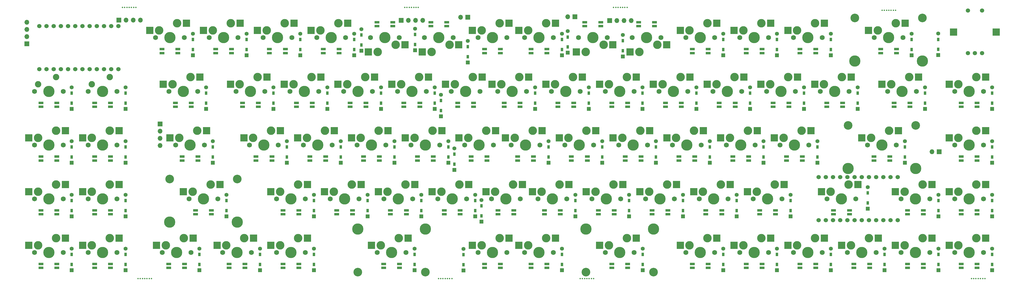
<source format=gbs>
%TF.GenerationSoftware,KiCad,Pcbnew,8.0.8*%
%TF.CreationDate,2025-04-15T16:26:55+09:00*%
%TF.ProjectId,sswkbd_wiring,7373776b-6264-45f7-9769-72696e672e6b,rev?*%
%TF.SameCoordinates,Original*%
%TF.FileFunction,Soldermask,Bot*%
%TF.FilePolarity,Negative*%
%FSLAX46Y46*%
G04 Gerber Fmt 4.6, Leading zero omitted, Abs format (unit mm)*
G04 Created by KiCad (PCBNEW 8.0.8) date 2025-04-15 16:26:55*
%MOMM*%
%LPD*%
G01*
G04 APERTURE LIST*
%ADD10C,0.500000*%
%ADD11R,1.397000X1.397000*%
%ADD12R,0.950000X1.300000*%
%ADD13C,1.397000*%
%ADD14C,1.750000*%
%ADD15C,3.000000*%
%ADD16C,3.987800*%
%ADD17R,2.550000X2.500000*%
%ADD18C,3.048000*%
%ADD19R,1.700000X1.700000*%
%ADD20O,1.700000X1.700000*%
%ADD21C,1.524000*%
%ADD22R,1.700000X0.825000*%
%ADD23R,2.500000X2.500000*%
%ADD24C,1.500000*%
%ADD25C,2.250000*%
G04 APERTURE END LIST*
D10*
%TO.C,BT1*%
X69505796Y-158960000D03*
X68714129Y-158960000D03*
X67922463Y-158960000D03*
X67130796Y-158960000D03*
X66339129Y-158960000D03*
X65547463Y-158960000D03*
X64755796Y-158960000D03*
%TD*%
%TO.C,BT1*%
X175641196Y-158960000D03*
X174849529Y-158960000D03*
X174057863Y-158960000D03*
X173266196Y-158960000D03*
X172474529Y-158960000D03*
X171682863Y-158960000D03*
X170891196Y-158960000D03*
%TD*%
%TO.C,BT1*%
X225704596Y-158960000D03*
X224912929Y-158960000D03*
X224121263Y-158960000D03*
X223329596Y-158960000D03*
X222537929Y-158960000D03*
X221746263Y-158960000D03*
X220954596Y-158960000D03*
%TD*%
%TO.C,BT1*%
X363956796Y-158960000D03*
X363165129Y-158960000D03*
X362373463Y-158960000D03*
X361581796Y-158960000D03*
X360790129Y-158960000D03*
X359998463Y-158960000D03*
X359206796Y-158960000D03*
%TD*%
%TO.C,BT1*%
X327634404Y-64100000D03*
X328426071Y-64100000D03*
X329217737Y-64100000D03*
X330009404Y-64100000D03*
X330801071Y-64100000D03*
X331592737Y-64100000D03*
X332384404Y-64100000D03*
%TD*%
%TO.C,BT1*%
X232775004Y-63100000D03*
X233566671Y-63100000D03*
X234358337Y-63100000D03*
X235150004Y-63100000D03*
X235941671Y-63100000D03*
X236733337Y-63100000D03*
X237525004Y-63100000D03*
%TD*%
%TO.C,BT1*%
X158997004Y-63100000D03*
X159788671Y-63100000D03*
X160580337Y-63100000D03*
X161372004Y-63100000D03*
X162163671Y-63100000D03*
X162955337Y-63100000D03*
X163747004Y-63100000D03*
%TD*%
%TO.C,BT1*%
X59247004Y-63100000D03*
X60038671Y-63100000D03*
X60830337Y-63100000D03*
X61622004Y-63100000D03*
X62413671Y-63100000D03*
X63205337Y-63100000D03*
X63997004Y-63100000D03*
%TD*%
D11*
%TO.C,D32*%
X366509249Y-98964950D03*
D12*
X366509249Y-96929950D03*
X366509249Y-93379950D03*
D13*
X366509249Y-91344950D03*
%TD*%
D14*
%TO.C,SW13*%
X296333000Y-73760000D03*
D15*
X297603000Y-71220000D03*
D16*
X301413000Y-73760000D03*
D15*
X303953000Y-68680000D03*
D14*
X306493000Y-73760000D03*
D17*
X294328000Y-71220000D03*
X307255000Y-68680000D03*
%TD*%
D11*
%TO.C,D67*%
X86461999Y-156014950D03*
D12*
X86461999Y-153979950D03*
X86461999Y-150429950D03*
D13*
X86461999Y-148394950D03*
%TD*%
D11*
%TO.C,D50*%
X60336999Y-137014950D03*
D12*
X60336999Y-134979950D03*
X60336999Y-131429950D03*
D13*
X60336999Y-129394950D03*
%TD*%
D11*
%TO.C,D73*%
X243034249Y-156014950D03*
D12*
X243034249Y-153979950D03*
X243034249Y-150429950D03*
D13*
X243034249Y-148394950D03*
%TD*%
D11*
%TO.C,D46*%
X304759249Y-117989950D03*
D12*
X304759249Y-115954950D03*
X304759249Y-112404950D03*
D13*
X304759249Y-110369950D03*
%TD*%
D14*
%TO.C,SW6*%
X176071250Y-73760000D03*
D15*
X174801250Y-76300000D03*
D16*
X170991250Y-73760000D03*
D15*
X168451250Y-78840000D03*
D14*
X165911250Y-73760000D03*
D17*
X178076250Y-76300000D03*
X165149250Y-78840000D03*
%TD*%
D11*
%TO.C,D38*%
X155361999Y-117989950D03*
D12*
X155361999Y-115954950D03*
X155361999Y-112404950D03*
D13*
X155361999Y-110369950D03*
%TD*%
D11*
%TO.C,D76*%
X309509249Y-156014950D03*
D12*
X309509249Y-153979950D03*
X309509249Y-150429950D03*
D13*
X309509249Y-148394950D03*
%TD*%
D11*
%TO.C,D74*%
X271509249Y-156014950D03*
D12*
X271509249Y-153979950D03*
X271509249Y-150429950D03*
D13*
X271509249Y-148394950D03*
%TD*%
D11*
%TO.C,D52*%
X126861999Y-137014950D03*
D12*
X126861999Y-134979950D03*
X126861999Y-131429950D03*
D13*
X126861999Y-129394950D03*
%TD*%
D11*
%TO.C,D39*%
X174361999Y-117989950D03*
D12*
X174361999Y-115954950D03*
X174361999Y-112404950D03*
D13*
X174361999Y-110369950D03*
%TD*%
D11*
%TO.C,D15*%
X347491000Y-79958000D03*
D12*
X347491000Y-77923000D03*
X347491000Y-74373000D03*
D13*
X347491000Y-72338000D03*
%TD*%
D11*
%TO.C,D44*%
X266759249Y-117989950D03*
D12*
X266759249Y-115954950D03*
X266759249Y-112404950D03*
D13*
X266759249Y-110369950D03*
%TD*%
D14*
%TO.C,SW50*%
X47160750Y-130760000D03*
D15*
X48430750Y-128220000D03*
D16*
X52240750Y-130760000D03*
D15*
X54780750Y-125680000D03*
D14*
X57320750Y-130760000D03*
D17*
X45155750Y-128220000D03*
X58082750Y-125680000D03*
%TD*%
D14*
%TO.C,SW28*%
X267833000Y-92760000D03*
D15*
X269103000Y-90220000D03*
D16*
X272913000Y-92760000D03*
D15*
X275453000Y-87680000D03*
D14*
X277993000Y-92760000D03*
D17*
X265828000Y-90220000D03*
X278755000Y-87680000D03*
%TD*%
D14*
%TO.C,SW75*%
X277333000Y-149760000D03*
D15*
X278603000Y-147220000D03*
D16*
X282413000Y-149760000D03*
D15*
X284953000Y-144680000D03*
D14*
X287493000Y-149760000D03*
D17*
X275328000Y-147220000D03*
X288255000Y-144680000D03*
%TD*%
D11*
%TO.C,D4*%
X141111999Y-79964950D03*
D12*
X141111999Y-77929950D03*
X141111999Y-74379950D03*
D13*
X141111999Y-72344950D03*
%TD*%
D14*
%TO.C,SW2*%
X89910750Y-73760000D03*
D15*
X91180750Y-71220000D03*
D16*
X94990750Y-73760000D03*
D15*
X97530750Y-68680000D03*
D14*
X100070750Y-73760000D03*
D17*
X87905750Y-71220000D03*
X100832750Y-68680000D03*
%TD*%
D14*
%TO.C,SW22*%
X156410750Y-92760000D03*
D15*
X157680750Y-90220000D03*
D16*
X161490750Y-92760000D03*
D15*
X164030750Y-87680000D03*
D14*
X166570750Y-92760000D03*
D17*
X154405750Y-90220000D03*
X167332750Y-87680000D03*
%TD*%
D11*
%TO.C,D43*%
X247759249Y-117989950D03*
D12*
X247759249Y-115954950D03*
X247759249Y-112404950D03*
D13*
X247759249Y-110369950D03*
%TD*%
D14*
%TO.C,SW53*%
X132660750Y-130760000D03*
D15*
X133930750Y-128220000D03*
D16*
X137740750Y-130760000D03*
D15*
X140280750Y-125680000D03*
D14*
X142820750Y-130760000D03*
D17*
X130655750Y-128220000D03*
X143582750Y-125680000D03*
%TD*%
D14*
%TO.C,SW66*%
X47160750Y-149760000D03*
D15*
X48430750Y-147220000D03*
D16*
X52240750Y-149760000D03*
D15*
X54780750Y-144680000D03*
D14*
X57320750Y-149760000D03*
D17*
X45155750Y-147220000D03*
X58082750Y-144680000D03*
%TD*%
D11*
%TO.C,D41*%
X209759249Y-117989950D03*
D12*
X209759249Y-115954950D03*
X209759249Y-112404950D03*
D13*
X209759249Y-110369950D03*
%TD*%
D11*
%TO.C,D1*%
X84111999Y-79964950D03*
D12*
X84111999Y-77929950D03*
X84111999Y-74379950D03*
D13*
X84111999Y-72344950D03*
%TD*%
D14*
%TO.C,SW18*%
X75660750Y-92760000D03*
D15*
X76930750Y-90220000D03*
D16*
X80740750Y-92760000D03*
D15*
X83280750Y-87680000D03*
D14*
X85820750Y-92760000D03*
D17*
X73655750Y-90220000D03*
X86582750Y-87680000D03*
%TD*%
D14*
%TO.C,SW8*%
X201333000Y-73760000D03*
D15*
X202603000Y-71220000D03*
D16*
X206413000Y-73760000D03*
D15*
X208953000Y-68680000D03*
D14*
X211493000Y-73760000D03*
D17*
X199328000Y-71220000D03*
X212255000Y-68680000D03*
%TD*%
D14*
%TO.C,SW26*%
X229833000Y-92760000D03*
D15*
X231103000Y-90220000D03*
D16*
X234913000Y-92760000D03*
D15*
X237453000Y-87680000D03*
D14*
X239993000Y-92760000D03*
D17*
X227828000Y-90220000D03*
X240755000Y-87680000D03*
%TD*%
D11*
%TO.C,D11*%
X271509249Y-79964950D03*
D12*
X271509249Y-77929950D03*
X271509249Y-74379950D03*
D13*
X271509249Y-72344950D03*
%TD*%
D14*
%TO.C,SW29*%
X286833000Y-92760000D03*
D15*
X288103000Y-90220000D03*
D16*
X291913000Y-92760000D03*
D15*
X294453000Y-87680000D03*
D14*
X296993000Y-92760000D03*
D17*
X284828000Y-90220000D03*
X297755000Y-87680000D03*
%TD*%
D11*
%TO.C,D51*%
X95961999Y-137014950D03*
D12*
X95961999Y-134979950D03*
X95961999Y-131429950D03*
D13*
X95961999Y-129394950D03*
%TD*%
D14*
%TO.C,SW41*%
X196583000Y-111760000D03*
D15*
X197853000Y-109220000D03*
D16*
X201663000Y-111760000D03*
D15*
X204203000Y-106680000D03*
D14*
X206743000Y-111760000D03*
D17*
X194578000Y-109220000D03*
X207505000Y-106680000D03*
%TD*%
D14*
%TO.C,SW67*%
X73285750Y-149760000D03*
D15*
X74555750Y-147220000D03*
D16*
X78365750Y-149760000D03*
D15*
X80905750Y-144680000D03*
D14*
X83445750Y-149760000D03*
D17*
X71280750Y-147220000D03*
X84207750Y-144680000D03*
%TD*%
D14*
%TO.C,SW77*%
X315333000Y-149760000D03*
D15*
X316603000Y-147220000D03*
D16*
X320413000Y-149760000D03*
D15*
X322953000Y-144680000D03*
D14*
X325493000Y-149760000D03*
D17*
X313328000Y-147220000D03*
X326255000Y-144680000D03*
%TD*%
D16*
%TO.C,SW73*%
X223000000Y-141505000D03*
D18*
X223000000Y-156745000D03*
D14*
X229858000Y-149760000D03*
D15*
X231128000Y-147220000D03*
D16*
X234938000Y-149760000D03*
D15*
X237478000Y-144680000D03*
D14*
X240018000Y-149760000D03*
D16*
X246876000Y-141505000D03*
D18*
X246876000Y-156745000D03*
D17*
X227853000Y-147220000D03*
X240780000Y-144680000D03*
%TD*%
D14*
%TO.C,SW43*%
X234583000Y-111760000D03*
D15*
X235853000Y-109220000D03*
D16*
X239663000Y-111760000D03*
D15*
X242203000Y-106680000D03*
D14*
X244743000Y-111760000D03*
D17*
X232578000Y-109220000D03*
X245505000Y-106680000D03*
%TD*%
D11*
%TO.C,D59*%
X257259249Y-137014950D03*
D12*
X257259249Y-134979950D03*
X257259249Y-131429950D03*
D13*
X257259249Y-129394950D03*
%TD*%
D11*
%TO.C,D9*%
X216600000Y-79110000D03*
D12*
X216600000Y-77075000D03*
X216600000Y-73525000D03*
D13*
X216600000Y-71490000D03*
%TD*%
D11*
%TO.C,D3*%
X122111999Y-79964950D03*
D12*
X122111999Y-77929950D03*
X122111999Y-74379950D03*
D13*
X122111999Y-72344950D03*
%TD*%
D16*
%TO.C,SW70*%
X142402750Y-141505000D03*
D18*
X142402750Y-156745000D03*
D14*
X149260750Y-149760000D03*
D15*
X150530750Y-147220000D03*
D16*
X154340750Y-149760000D03*
D15*
X156880750Y-144680000D03*
D14*
X159420750Y-149760000D03*
D16*
X166278750Y-141505000D03*
D18*
X166278750Y-156745000D03*
D17*
X147255750Y-147220000D03*
X160182750Y-144680000D03*
%TD*%
D14*
%TO.C,SW68*%
X94660750Y-149760000D03*
D15*
X95930750Y-147220000D03*
D16*
X99740750Y-149760000D03*
D15*
X102280750Y-144680000D03*
D14*
X104820750Y-149760000D03*
D17*
X92655750Y-147220000D03*
X105582750Y-144680000D03*
%TD*%
D11*
%TO.C,D42*%
X228759249Y-117989950D03*
D12*
X228759249Y-115954950D03*
X228759249Y-112404950D03*
D13*
X228759249Y-110369950D03*
%TD*%
D14*
%TO.C,SW23*%
X175410750Y-92760000D03*
D15*
X176680750Y-90220000D03*
D16*
X180490750Y-92760000D03*
D15*
X183030750Y-87680000D03*
D14*
X185570750Y-92760000D03*
D17*
X173405750Y-90220000D03*
X186332750Y-87680000D03*
%TD*%
D14*
%TO.C,SW76*%
X296333000Y-149760000D03*
D15*
X297603000Y-147220000D03*
D16*
X301413000Y-149760000D03*
D15*
X303953000Y-144680000D03*
D14*
X306493000Y-149760000D03*
D17*
X294328000Y-147220000D03*
X307255000Y-144680000D03*
%TD*%
D11*
%TO.C,D64*%
X366509249Y-137014950D03*
D12*
X366509249Y-134979950D03*
X366509249Y-131429950D03*
D13*
X366509249Y-129394950D03*
%TD*%
D11*
%TO.C,D23*%
X171795000Y-101590000D03*
D12*
X171795000Y-99555000D03*
X171795000Y-96005000D03*
D13*
X171795000Y-93970000D03*
%TD*%
D14*
%TO.C,SW24*%
X191833000Y-92760000D03*
D15*
X193103000Y-90220000D03*
D16*
X196913000Y-92760000D03*
D15*
X199453000Y-87680000D03*
D14*
X201993000Y-92760000D03*
D17*
X189828000Y-90220000D03*
X202755000Y-87680000D03*
%TD*%
D11*
%TO.C,D33*%
X41336999Y-117989950D03*
D12*
X41336999Y-115954950D03*
X41336999Y-112404950D03*
D13*
X41336999Y-110369950D03*
%TD*%
D19*
%TO.C,J4*%
X347775000Y-114100000D03*
D20*
X345235000Y-114100000D03*
%TD*%
D14*
%TO.C,SW10*%
X249493000Y-73760000D03*
D15*
X248223000Y-76300000D03*
D16*
X244413000Y-73760000D03*
D15*
X241873000Y-78840000D03*
D14*
X239333000Y-73760000D03*
D17*
X251498000Y-76300000D03*
X238571000Y-78840000D03*
%TD*%
D14*
%TO.C,SW79*%
X353333000Y-149760000D03*
D15*
X354603000Y-147220000D03*
D16*
X358413000Y-149760000D03*
D15*
X360953000Y-144680000D03*
D14*
X363493000Y-149760000D03*
D17*
X351328000Y-147220000D03*
X364255000Y-144680000D03*
%TD*%
D14*
%TO.C,SW78*%
X334333000Y-149760000D03*
D15*
X335603000Y-147220000D03*
D16*
X339413000Y-149760000D03*
D15*
X341953000Y-144680000D03*
D14*
X344493000Y-149760000D03*
D17*
X332328000Y-147220000D03*
X345255000Y-144680000D03*
%TD*%
D11*
%TO.C,D8*%
X214509249Y-79964950D03*
D12*
X214509249Y-77929950D03*
X214509249Y-74379950D03*
D13*
X214509249Y-72344950D03*
%TD*%
D11*
%TO.C,D45*%
X285759249Y-117989950D03*
D12*
X285759249Y-115954950D03*
X285759249Y-112404950D03*
D13*
X285759249Y-110369950D03*
%TD*%
D11*
%TO.C,D65*%
X41336999Y-156014950D03*
D12*
X41336999Y-153979950D03*
X41336999Y-150429950D03*
D13*
X41336999Y-148394950D03*
%TD*%
D11*
%TO.C,D70*%
X162461999Y-156014950D03*
D12*
X162461999Y-153979950D03*
X162461999Y-150429950D03*
D13*
X162461999Y-148394950D03*
%TD*%
D11*
%TO.C,D24*%
X205009249Y-98964950D03*
D12*
X205009249Y-96929950D03*
X205009249Y-93379950D03*
D13*
X205009249Y-91344950D03*
%TD*%
D14*
%TO.C,SW65*%
X28160750Y-149760000D03*
D15*
X29430750Y-147220000D03*
D16*
X33240750Y-149760000D03*
D15*
X35780750Y-144680000D03*
D14*
X38320750Y-149760000D03*
D17*
X26155750Y-147220000D03*
X39082750Y-144680000D03*
%TD*%
D14*
%TO.C,SW58*%
X225083000Y-130760000D03*
D15*
X226353000Y-128220000D03*
D16*
X230163000Y-130760000D03*
D15*
X232703000Y-125680000D03*
D14*
X235243000Y-130760000D03*
D17*
X223078000Y-128220000D03*
X236005000Y-125680000D03*
%TD*%
D11*
%TO.C,D26*%
X243009249Y-98964950D03*
D12*
X243009249Y-96929950D03*
X243009249Y-93379950D03*
D13*
X243009249Y-91344950D03*
%TD*%
D19*
%TO.C,RST*%
X181275000Y-66500000D03*
D20*
X178735000Y-66500000D03*
%TD*%
D11*
%TO.C,D6*%
X162600000Y-78210000D03*
D12*
X162600000Y-76175000D03*
X162600000Y-72625000D03*
D13*
X162600000Y-70590000D03*
%TD*%
D11*
%TO.C,D14*%
X338034249Y-79964950D03*
D12*
X338034249Y-77929950D03*
X338034249Y-74379950D03*
D13*
X338034249Y-72344950D03*
%TD*%
D14*
%TO.C,SW57*%
X206083000Y-130760000D03*
D15*
X207353000Y-128220000D03*
D16*
X211163000Y-130760000D03*
D15*
X213703000Y-125680000D03*
D14*
X216243000Y-130760000D03*
D17*
X204078000Y-128220000D03*
X217005000Y-125680000D03*
%TD*%
D11*
%TO.C,D12*%
X290509249Y-79964950D03*
D12*
X290509249Y-77929950D03*
X290509249Y-74379950D03*
D13*
X290509249Y-72344950D03*
%TD*%
D14*
%TO.C,SW59*%
X244083000Y-130760000D03*
D15*
X245353000Y-128220000D03*
D16*
X249163000Y-130760000D03*
D15*
X251703000Y-125680000D03*
D14*
X254243000Y-130760000D03*
D17*
X242078000Y-128220000D03*
X255005000Y-125680000D03*
%TD*%
D14*
%TO.C,SW64*%
X353333000Y-130760000D03*
D15*
X354603000Y-128220000D03*
D16*
X358413000Y-130760000D03*
D15*
X360953000Y-125680000D03*
D14*
X363493000Y-130760000D03*
D17*
X351328000Y-128220000D03*
X364255000Y-125680000D03*
%TD*%
D18*
%TO.C,SW14*%
X317975000Y-66775000D03*
D16*
X317975000Y-82015000D03*
D14*
X324833000Y-73760000D03*
D15*
X326103000Y-71220000D03*
D16*
X329913000Y-73760000D03*
D15*
X332453000Y-68680000D03*
D14*
X334993000Y-73760000D03*
D18*
X341851000Y-66775000D03*
D16*
X341851000Y-82015000D03*
D17*
X322828000Y-71220000D03*
X335755000Y-68680000D03*
%TD*%
D19*
%TO.C,USB_PRO_MICRO1*%
X72567800Y-104267000D03*
D20*
X72567800Y-106807000D03*
X72567800Y-109347000D03*
X72567800Y-111887000D03*
%TD*%
D14*
%TO.C,SW63*%
X334333000Y-130760000D03*
D15*
X335603000Y-128220000D03*
D16*
X339413000Y-130760000D03*
D15*
X341953000Y-125680000D03*
D14*
X344493000Y-130760000D03*
D17*
X332328000Y-128220000D03*
X345255000Y-125680000D03*
%TD*%
D11*
%TO.C,D36*%
X117361999Y-117989950D03*
D12*
X117361999Y-115954950D03*
X117361999Y-112404950D03*
D13*
X117361999Y-110369950D03*
%TD*%
D11*
%TO.C,D29*%
X300009249Y-98964950D03*
D12*
X300009249Y-96929950D03*
X300009249Y-93379950D03*
D13*
X300009249Y-91344950D03*
%TD*%
D14*
%TO.C,SW38*%
X142160750Y-111760000D03*
D15*
X143430750Y-109220000D03*
D16*
X147240750Y-111760000D03*
D15*
X149780750Y-106680000D03*
D14*
X152320750Y-111760000D03*
D17*
X140155750Y-109220000D03*
X153082750Y-106680000D03*
%TD*%
D14*
%TO.C,SW69*%
X113660750Y-149760000D03*
D15*
X114930750Y-147220000D03*
D16*
X118740750Y-149760000D03*
D15*
X121280750Y-144680000D03*
D14*
X123820750Y-149760000D03*
D17*
X111655750Y-147220000D03*
X124582750Y-144680000D03*
%TD*%
D11*
%TO.C,D69*%
X126861999Y-156014950D03*
D12*
X126861999Y-153979950D03*
X126861999Y-150429950D03*
D13*
X126861999Y-148394950D03*
%TD*%
D14*
%TO.C,SW60*%
X263083000Y-130760000D03*
D15*
X264353000Y-128220000D03*
D16*
X268163000Y-130760000D03*
D15*
X270703000Y-125680000D03*
D14*
X273243000Y-130760000D03*
D17*
X261078000Y-128220000D03*
X274005000Y-125680000D03*
%TD*%
D14*
%TO.C,SW9*%
X230493000Y-73760000D03*
D15*
X229223000Y-76300000D03*
D16*
X225413000Y-73760000D03*
D15*
X222873000Y-78840000D03*
D14*
X220333000Y-73760000D03*
D17*
X232498000Y-76300000D03*
X219571000Y-78840000D03*
%TD*%
D18*
%TO.C,SW51*%
X75927750Y-123775000D03*
D16*
X75927750Y-139015000D03*
D14*
X82785750Y-130760000D03*
D15*
X84055750Y-128220000D03*
D16*
X87865750Y-130760000D03*
D15*
X90405750Y-125680000D03*
D14*
X92945750Y-130760000D03*
D18*
X99803750Y-123775000D03*
D16*
X99803750Y-139015000D03*
D17*
X80780750Y-128220000D03*
X93707750Y-125680000D03*
%TD*%
D11*
%TO.C,D20*%
X131611999Y-98964950D03*
D12*
X131611999Y-96929950D03*
X131611999Y-93379950D03*
D13*
X131611999Y-91344950D03*
%TD*%
D14*
%TO.C,SW12*%
X277333000Y-73760000D03*
D15*
X278603000Y-71220000D03*
D16*
X282413000Y-73760000D03*
D15*
X284953000Y-68680000D03*
D14*
X287493000Y-73760000D03*
D17*
X275328000Y-71220000D03*
X288255000Y-68680000D03*
%TD*%
D14*
%TO.C,SW49*%
X28160750Y-130760000D03*
D15*
X29430750Y-128220000D03*
D16*
X33240750Y-130760000D03*
D15*
X35780750Y-125680000D03*
D14*
X38320750Y-130760000D03*
D17*
X26155750Y-128220000D03*
X39082750Y-125680000D03*
%TD*%
D11*
%TO.C,D47*%
X335659249Y-117989950D03*
D12*
X335659249Y-115954950D03*
X335659249Y-112404950D03*
D13*
X335659249Y-110369950D03*
%TD*%
D14*
%TO.C,SW27*%
X248833000Y-92760000D03*
D15*
X250103000Y-90220000D03*
D16*
X253913000Y-92760000D03*
D15*
X256453000Y-87680000D03*
D14*
X258993000Y-92760000D03*
D17*
X246828000Y-90220000D03*
X259755000Y-87680000D03*
%TD*%
D14*
%TO.C,SW56*%
X189660750Y-130760000D03*
D15*
X190930750Y-128220000D03*
D16*
X194740750Y-130760000D03*
D15*
X197280750Y-125680000D03*
D14*
X199820750Y-130760000D03*
D17*
X187655750Y-128220000D03*
X200582750Y-125680000D03*
%TD*%
D11*
%TO.C,D62*%
X322550000Y-134260000D03*
D12*
X322550000Y-132225000D03*
X322550000Y-128675000D03*
D13*
X322550000Y-126640000D03*
%TD*%
D14*
%TO.C,SW7*%
X184910750Y-73760000D03*
D15*
X186180750Y-71220000D03*
D16*
X189990750Y-73760000D03*
D15*
X192530750Y-68680000D03*
D14*
X195070750Y-73760000D03*
D17*
X182905750Y-71220000D03*
X195832750Y-68680000D03*
%TD*%
D11*
%TO.C,D48*%
X366509249Y-117989950D03*
D12*
X366509249Y-115954950D03*
X366509249Y-112404950D03*
D13*
X366509249Y-110369950D03*
%TD*%
D14*
%TO.C,SW39*%
X161160750Y-111760000D03*
D15*
X162430750Y-109220000D03*
D16*
X166240750Y-111760000D03*
D15*
X168780750Y-106680000D03*
D14*
X171320750Y-111760000D03*
D17*
X159155750Y-109220000D03*
X172082750Y-106680000D03*
%TD*%
D14*
%TO.C,SW4*%
X127910750Y-73760000D03*
D15*
X129180750Y-71220000D03*
D16*
X132990750Y-73760000D03*
D15*
X135530750Y-68680000D03*
D14*
X138070750Y-73760000D03*
D17*
X125905750Y-71220000D03*
X138832750Y-68680000D03*
%TD*%
D11*
%TO.C,D22*%
X169611999Y-98964950D03*
D12*
X169611999Y-96929950D03*
X169611999Y-93379950D03*
D13*
X169611999Y-91344950D03*
%TD*%
D11*
%TO.C,D16*%
X41336999Y-98964950D03*
D12*
X41336999Y-96929950D03*
X41336999Y-93379950D03*
D13*
X41336999Y-91344950D03*
%TD*%
D18*
%TO.C,SW47*%
X315600000Y-104775000D03*
D16*
X315600000Y-120015000D03*
D14*
X322458000Y-111760000D03*
D15*
X323728000Y-109220000D03*
D16*
X327538000Y-111760000D03*
D15*
X330078000Y-106680000D03*
D14*
X332618000Y-111760000D03*
D18*
X339476000Y-104775000D03*
D16*
X339476000Y-120015000D03*
D17*
X320453000Y-109220000D03*
X333380000Y-106680000D03*
%TD*%
D11*
%TO.C,D49*%
X41336999Y-137014950D03*
D12*
X41336999Y-134979950D03*
X41336999Y-131429950D03*
D13*
X41336999Y-129394950D03*
%TD*%
D11*
%TO.C,D25*%
X224009249Y-98964950D03*
D12*
X224009249Y-96929950D03*
X224009249Y-93379950D03*
D13*
X224009249Y-91344950D03*
%TD*%
D11*
%TO.C,D53*%
X145861999Y-137014950D03*
D12*
X145861999Y-134979950D03*
X145861999Y-131429950D03*
D13*
X145861999Y-129394950D03*
%TD*%
D11*
%TO.C,D28*%
X281009249Y-98964950D03*
D12*
X281009249Y-96929950D03*
X281009249Y-93379950D03*
D13*
X281009249Y-91344950D03*
%TD*%
D11*
%TO.C,D7*%
X181255000Y-82565000D03*
D12*
X181255000Y-80530000D03*
X181255000Y-76980000D03*
D13*
X181255000Y-74945000D03*
%TD*%
D11*
%TO.C,D61*%
X295259249Y-137014950D03*
D12*
X295259249Y-134979950D03*
X295259249Y-131429950D03*
D13*
X295259249Y-129394950D03*
%TD*%
D11*
%TO.C,D37*%
X136361999Y-117989950D03*
D12*
X136361999Y-115954950D03*
X136361999Y-112404950D03*
D13*
X136361999Y-110369950D03*
%TD*%
D14*
%TO.C,SW19*%
X99410750Y-92760000D03*
D15*
X100680750Y-90220000D03*
D16*
X104490750Y-92760000D03*
D15*
X107030750Y-87680000D03*
D14*
X109570750Y-92760000D03*
D17*
X97405750Y-90220000D03*
X110332750Y-87680000D03*
%TD*%
D19*
%TO.C,USB_SPLIT_R*%
X231340000Y-67700000D03*
D20*
X233880000Y-67700000D03*
X236420000Y-67700000D03*
X238960000Y-67700000D03*
%TD*%
D11*
%TO.C,D77*%
X328509249Y-156014950D03*
D12*
X328509249Y-153979950D03*
X328509249Y-150429950D03*
D13*
X328509249Y-148394950D03*
%TD*%
D21*
%TO.C,U2*%
X305200000Y-123090000D03*
X307740000Y-123090000D03*
X310280000Y-123090000D03*
X312820000Y-123090000D03*
X315360000Y-123090000D03*
X317900000Y-123090000D03*
X320440000Y-123090000D03*
X322980000Y-123090000D03*
X325520000Y-123090000D03*
X328060000Y-123090000D03*
X330600000Y-123090000D03*
X333140000Y-123090000D03*
X333140000Y-138310000D03*
X330600000Y-138310000D03*
X328060000Y-138310000D03*
X325520000Y-138310000D03*
X322980000Y-138310000D03*
X320440000Y-138310000D03*
X317900000Y-138310000D03*
X315360000Y-138310000D03*
X312820000Y-138310000D03*
X310280000Y-138310000D03*
X307740000Y-138310000D03*
X305200000Y-138310000D03*
%TD*%
D11*
%TO.C,D10*%
X236000000Y-80410000D03*
D12*
X236000000Y-78375000D03*
X236000000Y-74825000D03*
D13*
X236000000Y-72790000D03*
%TD*%
D11*
%TO.C,D57*%
X219259249Y-137014950D03*
D12*
X219259249Y-134979950D03*
X219259249Y-131429950D03*
D13*
X219259249Y-129394950D03*
%TD*%
D14*
%TO.C,SW36*%
X104160750Y-111760000D03*
D15*
X105430750Y-109220000D03*
D16*
X109240750Y-111760000D03*
D15*
X111780750Y-106680000D03*
D14*
X114320750Y-111760000D03*
D17*
X102155750Y-109220000D03*
X115082750Y-106680000D03*
%TD*%
D19*
%TO.C,USB_main1*%
X58017750Y-67535000D03*
D20*
X60557750Y-67535000D03*
X63097750Y-67535000D03*
X65637750Y-67535000D03*
%TD*%
D14*
%TO.C,SW55*%
X170660750Y-130760000D03*
D15*
X171930750Y-128220000D03*
D16*
X175740750Y-130760000D03*
D15*
X178280750Y-125680000D03*
D14*
X180820750Y-130760000D03*
D17*
X168655750Y-128220000D03*
X181582750Y-125680000D03*
%TD*%
D11*
%TO.C,D75*%
X290509249Y-156014950D03*
D12*
X290509249Y-153979950D03*
X290509249Y-150429950D03*
D13*
X290509249Y-148394950D03*
%TD*%
D11*
%TO.C,D56*%
X186040000Y-138830000D03*
D12*
X186040000Y-136795000D03*
X186040000Y-133245000D03*
D13*
X186040000Y-131210000D03*
%TD*%
D14*
%TO.C,SW31*%
X329583000Y-92760000D03*
D15*
X330853000Y-90220000D03*
D16*
X334663000Y-92760000D03*
D15*
X337203000Y-87680000D03*
D14*
X339743000Y-92760000D03*
D17*
X327578000Y-90220000D03*
X340505000Y-87680000D03*
%TD*%
D19*
%TO.C,USB_SPLIT_L*%
X157706250Y-67635000D03*
D20*
X160246250Y-67635000D03*
X162786250Y-67635000D03*
X165326250Y-67635000D03*
%TD*%
D19*
%TO.C,OLED*%
X25450750Y-75962370D03*
D20*
X25450750Y-73422370D03*
X25450750Y-70882370D03*
X25450750Y-68342370D03*
%TD*%
D11*
%TO.C,D60*%
X276259249Y-137014950D03*
D12*
X276259249Y-134979950D03*
X276259249Y-131429950D03*
D13*
X276259249Y-129394950D03*
%TD*%
D11*
%TO.C,D5*%
X143637000Y-78356000D03*
D12*
X143637000Y-76321000D03*
X143637000Y-72771000D03*
D13*
X143637000Y-70736000D03*
%TD*%
D14*
%TO.C,SW61*%
X282083000Y-130760000D03*
D15*
X283353000Y-128220000D03*
D16*
X287163000Y-130760000D03*
D15*
X289703000Y-125680000D03*
D14*
X292243000Y-130760000D03*
D17*
X280078000Y-128220000D03*
X293005000Y-125680000D03*
%TD*%
D11*
%TO.C,D35*%
X91211999Y-117989950D03*
D12*
X91211999Y-115954950D03*
X91211999Y-112404950D03*
D13*
X91211999Y-110369950D03*
%TD*%
D14*
%TO.C,SW48*%
X353333000Y-111760000D03*
D15*
X354603000Y-109220000D03*
D16*
X358413000Y-111760000D03*
D15*
X360953000Y-106680000D03*
D14*
X363493000Y-111760000D03*
D17*
X351328000Y-109220000D03*
X364255000Y-106680000D03*
%TD*%
D11*
%TO.C,D21*%
X150611999Y-98964950D03*
D12*
X150611999Y-96929950D03*
X150611999Y-93379950D03*
D13*
X150611999Y-91344950D03*
%TD*%
D14*
%TO.C,SW5*%
X157071250Y-73760000D03*
D15*
X155801250Y-76300000D03*
D16*
X151991250Y-73760000D03*
D15*
X149451250Y-78840000D03*
D14*
X146911250Y-73760000D03*
D17*
X159076250Y-76300000D03*
X146149250Y-78840000D03*
%TD*%
D11*
%TO.C,D13*%
X309509249Y-79964950D03*
D12*
X309509249Y-77929950D03*
X309509249Y-74379950D03*
D13*
X309509249Y-72344950D03*
%TD*%
D14*
%TO.C,SW52*%
X113660750Y-130760000D03*
D15*
X114930750Y-128220000D03*
D16*
X118740750Y-130760000D03*
D15*
X121280750Y-125680000D03*
D14*
X123820750Y-130760000D03*
D17*
X111655750Y-128220000D03*
X124582750Y-125680000D03*
%TD*%
D11*
%TO.C,D18*%
X88836999Y-98964950D03*
D12*
X88836999Y-96929950D03*
X88836999Y-93379950D03*
D13*
X88836999Y-91344950D03*
%TD*%
D14*
%TO.C,SW54*%
X151660750Y-130760000D03*
D15*
X152930750Y-128220000D03*
D16*
X156740750Y-130760000D03*
D15*
X159280750Y-125680000D03*
D14*
X161820750Y-130760000D03*
D17*
X149655750Y-128220000D03*
X162582750Y-125680000D03*
%TD*%
D14*
%TO.C,SW33*%
X28160750Y-111760000D03*
D15*
X29430750Y-109220000D03*
D16*
X33240750Y-111760000D03*
D15*
X35780750Y-106680000D03*
D14*
X38320750Y-111760000D03*
D17*
X26155750Y-109220000D03*
X39082750Y-106680000D03*
%TD*%
D11*
%TO.C,D27*%
X262009249Y-98964950D03*
D12*
X262009249Y-96929950D03*
X262009249Y-93379950D03*
D13*
X262009249Y-91344950D03*
%TD*%
D14*
%TO.C,SW37*%
X123160750Y-111760000D03*
D15*
X124430750Y-109220000D03*
D16*
X128240750Y-111760000D03*
D15*
X130780750Y-106680000D03*
D14*
X133320750Y-111760000D03*
D17*
X121155750Y-109220000D03*
X134082750Y-106680000D03*
%TD*%
D14*
%TO.C,SW1*%
X70910750Y-73760000D03*
D15*
X72180750Y-71220000D03*
D16*
X75990750Y-73760000D03*
D15*
X78530750Y-68680000D03*
D14*
X81070750Y-73760000D03*
D17*
X68905750Y-71220000D03*
X81832750Y-68680000D03*
%TD*%
D11*
%TO.C,D55*%
X183861999Y-137014950D03*
D12*
X183861999Y-134979950D03*
X183861999Y-131429950D03*
D13*
X183861999Y-129394950D03*
%TD*%
D14*
%TO.C,SW30*%
X305833000Y-92760000D03*
D15*
X307103000Y-90220000D03*
D16*
X310913000Y-92760000D03*
D15*
X313453000Y-87680000D03*
D14*
X315993000Y-92760000D03*
D17*
X303828000Y-90220000D03*
X316755000Y-87680000D03*
%TD*%
D11*
%TO.C,D54*%
X164861999Y-137014950D03*
D12*
X164861999Y-134979950D03*
X164861999Y-131429950D03*
D13*
X164861999Y-129394950D03*
%TD*%
D14*
%TO.C,SW32*%
X353333000Y-92760000D03*
D15*
X354603000Y-90220000D03*
D16*
X358413000Y-92760000D03*
D15*
X360953000Y-87680000D03*
D14*
X363493000Y-92760000D03*
D17*
X351328000Y-90220000D03*
X364255000Y-87680000D03*
%TD*%
D14*
%TO.C,SW71*%
X184910750Y-149760000D03*
D15*
X186180750Y-147220000D03*
D16*
X189990750Y-149760000D03*
D15*
X192530750Y-144680000D03*
D14*
X195070750Y-149760000D03*
D17*
X182905750Y-147220000D03*
X195832750Y-144680000D03*
%TD*%
D14*
%TO.C,SW11*%
X258333000Y-73760000D03*
D15*
X259603000Y-71220000D03*
D16*
X263413000Y-73760000D03*
D15*
X265953000Y-68680000D03*
D14*
X268493000Y-73760000D03*
D17*
X256328000Y-71220000D03*
X269255000Y-68680000D03*
%TD*%
D14*
%TO.C,SW21*%
X137410750Y-92760000D03*
D15*
X138680750Y-90220000D03*
D16*
X142490750Y-92760000D03*
D15*
X145030750Y-87680000D03*
D14*
X147570750Y-92760000D03*
D17*
X135405750Y-90220000D03*
X148332750Y-87680000D03*
%TD*%
D11*
%TO.C,D2*%
X103111999Y-79964950D03*
D12*
X103111999Y-77929950D03*
X103111999Y-74379950D03*
D13*
X103111999Y-72344950D03*
%TD*%
D14*
%TO.C,SW25*%
X210833000Y-92760000D03*
D15*
X212103000Y-90220000D03*
D16*
X215913000Y-92760000D03*
D15*
X218453000Y-87680000D03*
D14*
X220993000Y-92760000D03*
D17*
X208828000Y-90220000D03*
X221755000Y-87680000D03*
%TD*%
D11*
%TO.C,D79*%
X366509249Y-156014950D03*
D12*
X366509249Y-153979950D03*
X366509249Y-150429950D03*
D13*
X366509249Y-148394950D03*
%TD*%
D14*
%TO.C,SW40*%
X180160750Y-111760000D03*
D15*
X181430750Y-109220000D03*
D16*
X185240750Y-111760000D03*
D15*
X187780750Y-106680000D03*
D14*
X190320750Y-111760000D03*
D17*
X178155750Y-109220000D03*
X191082750Y-106680000D03*
%TD*%
D14*
%TO.C,SW72*%
X201333000Y-149760000D03*
D15*
X202603000Y-147220000D03*
D16*
X206413000Y-149760000D03*
D15*
X208953000Y-144680000D03*
D14*
X211493000Y-149760000D03*
D17*
X199328000Y-147220000D03*
X212255000Y-144680000D03*
%TD*%
D19*
%TO.C,RST*%
X219075000Y-66400000D03*
D20*
X216535000Y-66400000D03*
%TD*%
D11*
%TO.C,D78*%
X347509249Y-156014950D03*
D12*
X347509249Y-153979950D03*
X347509249Y-150429950D03*
D13*
X347509249Y-148394950D03*
%TD*%
D14*
%TO.C,SW20*%
X118410750Y-92760000D03*
D15*
X119680750Y-90220000D03*
D16*
X123490750Y-92760000D03*
D15*
X126030750Y-87680000D03*
D14*
X128570750Y-92760000D03*
D17*
X116405750Y-90220000D03*
X129332750Y-87680000D03*
%TD*%
D14*
%TO.C,SW35*%
X78035750Y-111760000D03*
D15*
X79305750Y-109220000D03*
D16*
X83115750Y-111760000D03*
D15*
X85655750Y-106680000D03*
D14*
X88195750Y-111760000D03*
D17*
X76030750Y-109220000D03*
X88957750Y-106680000D03*
%TD*%
D21*
%TO.C,U1*%
X57847000Y-84908600D03*
X55307000Y-84908600D03*
X52767000Y-84908600D03*
X50227000Y-84908600D03*
X47687000Y-84908600D03*
X45147000Y-84908600D03*
X42607000Y-84908600D03*
X40067000Y-84908600D03*
X37527000Y-84908600D03*
X34987000Y-84908600D03*
X32447000Y-84908600D03*
X29907000Y-84908600D03*
X29907000Y-69688600D03*
X32447000Y-69688600D03*
X34987000Y-69688600D03*
X37527000Y-69688600D03*
X40067000Y-69688600D03*
X42607000Y-69688600D03*
X45147000Y-69688600D03*
X47687000Y-69688600D03*
X50227000Y-69688600D03*
X52767000Y-69688600D03*
X55307000Y-69688600D03*
X57847000Y-69688600D03*
%TD*%
D14*
%TO.C,SW34*%
X47160750Y-111760000D03*
D15*
X48430750Y-109220000D03*
D16*
X52240750Y-111760000D03*
D15*
X54780750Y-106680000D03*
D14*
X57320750Y-111760000D03*
D17*
X45155750Y-109220000D03*
X58082750Y-106680000D03*
%TD*%
D11*
%TO.C,D34*%
X60336999Y-117989950D03*
D12*
X60336999Y-115954950D03*
X60336999Y-112404950D03*
D13*
X60336999Y-110369950D03*
%TD*%
D11*
%TO.C,D71*%
X179695000Y-156115000D03*
D12*
X179695000Y-154080000D03*
X179695000Y-150530000D03*
D13*
X179695000Y-148495000D03*
%TD*%
D14*
%TO.C,SW44*%
X253583000Y-111760000D03*
D15*
X254853000Y-109220000D03*
D16*
X258663000Y-111760000D03*
D15*
X261203000Y-106680000D03*
D14*
X263743000Y-111760000D03*
D17*
X251578000Y-109220000D03*
X264505000Y-106680000D03*
%TD*%
D11*
%TO.C,D58*%
X238259249Y-137014950D03*
D12*
X238259249Y-134979950D03*
X238259249Y-131429950D03*
D13*
X238259249Y-129394950D03*
%TD*%
D14*
%TO.C,SW74*%
X258333000Y-149760000D03*
D15*
X259603000Y-147220000D03*
D16*
X263413000Y-149760000D03*
D15*
X265953000Y-144680000D03*
D14*
X268493000Y-149760000D03*
D17*
X256328000Y-147220000D03*
X269255000Y-144680000D03*
%TD*%
D14*
%TO.C,SW42*%
X215583000Y-111760000D03*
D15*
X216853000Y-109220000D03*
D16*
X220663000Y-111760000D03*
D15*
X223203000Y-106680000D03*
D14*
X225743000Y-111760000D03*
D17*
X213578000Y-109220000D03*
X226505000Y-106680000D03*
%TD*%
D11*
%TO.C,D31*%
X342784249Y-98964950D03*
D12*
X342784249Y-96929950D03*
X342784249Y-93379950D03*
D13*
X342784249Y-91344950D03*
%TD*%
D14*
%TO.C,SW3*%
X108910750Y-73760000D03*
D15*
X110180750Y-71220000D03*
D16*
X113990750Y-73760000D03*
D15*
X116530750Y-68680000D03*
D14*
X119070750Y-73760000D03*
D17*
X106905750Y-71220000D03*
X119832750Y-68680000D03*
%TD*%
D11*
%TO.C,D68*%
X107861999Y-156014950D03*
D12*
X107861999Y-153979950D03*
X107861999Y-150429950D03*
D13*
X107861999Y-148394950D03*
%TD*%
D11*
%TO.C,D19*%
X112611999Y-98964950D03*
D12*
X112611999Y-96929950D03*
X112611999Y-93379950D03*
D13*
X112611999Y-91344950D03*
%TD*%
D11*
%TO.C,D17*%
X60336999Y-98964950D03*
D12*
X60336999Y-96929950D03*
X60336999Y-93379950D03*
D13*
X60336999Y-91344950D03*
%TD*%
D11*
%TO.C,D72*%
X214509249Y-156014950D03*
D12*
X214509249Y-153979950D03*
X214509249Y-150429950D03*
D13*
X214509249Y-148394950D03*
%TD*%
D14*
%TO.C,SW45*%
X272583000Y-111760000D03*
D15*
X273853000Y-109220000D03*
D16*
X277663000Y-111760000D03*
D15*
X280203000Y-106680000D03*
D14*
X282743000Y-111760000D03*
D17*
X270578000Y-109220000D03*
X283505000Y-106680000D03*
%TD*%
D11*
%TO.C,D30*%
X319009249Y-98964950D03*
D12*
X319009249Y-96929950D03*
X319009249Y-93379950D03*
D13*
X319009249Y-91344950D03*
%TD*%
D11*
%TO.C,D63*%
X347509249Y-137014950D03*
D12*
X347509249Y-134979950D03*
X347509249Y-131429950D03*
D13*
X347509249Y-129394950D03*
%TD*%
D14*
%TO.C,SW46*%
X291583000Y-111760000D03*
D15*
X292853000Y-109220000D03*
D16*
X296663000Y-111760000D03*
D15*
X299203000Y-106680000D03*
D14*
X301743000Y-111760000D03*
D17*
X289578000Y-109220000D03*
X302505000Y-106680000D03*
%TD*%
D11*
%TO.C,D40*%
X176525000Y-120560000D03*
D12*
X176525000Y-118525000D03*
X176525000Y-114975000D03*
D13*
X176525000Y-112940000D03*
%TD*%
D22*
%TO.C,LED77*%
X208363000Y-134822999D03*
X208363000Y-136223000D03*
X213963000Y-136223001D03*
X213963000Y-134823000D03*
%TD*%
%TO.C,LED3*%
X30440750Y-134822999D03*
X30440750Y-136223000D03*
X36040750Y-136223001D03*
X36040750Y-134823000D03*
%TD*%
%TO.C,LED27*%
X144440750Y-115822999D03*
X144440750Y-117223000D03*
X150040750Y-117223001D03*
X150040750Y-115823000D03*
%TD*%
%TO.C,LED70*%
X227363000Y-134822999D03*
X227363000Y-136223000D03*
X232963000Y-136223001D03*
X232963000Y-134823000D03*
%TD*%
%TO.C,LED7*%
X49440750Y-115822999D03*
X49440750Y-117223000D03*
X55040750Y-117223001D03*
X55040750Y-115823000D03*
%TD*%
%TO.C,LED32*%
X172940750Y-134822999D03*
X172940750Y-136223000D03*
X178540750Y-136223001D03*
X178540750Y-134823000D03*
%TD*%
%TO.C,LED38*%
X187190750Y-77822999D03*
X187190750Y-79223000D03*
X192790750Y-79223001D03*
X192790750Y-77823000D03*
%TD*%
D23*
%TO.C,ENC*%
X367913000Y-71760000D03*
X352913000Y-71760000D03*
D24*
X357913000Y-79260000D03*
X362913000Y-79260000D03*
X360413000Y-79260000D03*
X362913000Y-64160000D03*
X357913000Y-64160000D03*
%TD*%
D22*
%TO.C,LED13*%
X75565750Y-153822999D03*
X75565750Y-155223000D03*
X81165750Y-155223001D03*
X81165750Y-153823000D03*
%TD*%
%TO.C,LED30*%
X158690750Y-96822999D03*
X158690750Y-98223000D03*
X164290750Y-98223001D03*
X164290750Y-96823000D03*
%TD*%
%TO.C,LED28*%
X130190750Y-77822999D03*
X130190750Y-79223000D03*
X135790750Y-79223001D03*
X135790750Y-77823000D03*
%TD*%
%TO.C,LED71*%
X232138000Y-153822999D03*
X232138000Y-155223000D03*
X237738000Y-155223001D03*
X237738000Y-153823000D03*
%TD*%
%TO.C,LED35*%
X177690750Y-96822999D03*
X177690750Y-98223000D03*
X183290750Y-98223001D03*
X183290750Y-96823000D03*
%TD*%
%TO.C,LED29*%
X154791250Y-69697001D03*
X154791250Y-68297000D03*
X149191250Y-68296999D03*
X149191250Y-69697000D03*
%TD*%
%TO.C,LED58*%
X260613000Y-77822999D03*
X260613000Y-79223000D03*
X266213000Y-79223001D03*
X266213000Y-77823000D03*
%TD*%
%TO.C,LED11*%
X80315750Y-115822999D03*
X80315750Y-117223000D03*
X85915750Y-117223001D03*
X85915750Y-115823000D03*
%TD*%
%TO.C,LED52*%
X298613000Y-153822999D03*
X298613000Y-155223000D03*
X304213000Y-155223001D03*
X304213000Y-153823000D03*
%TD*%
%TO.C,LED60*%
X274863000Y-115822999D03*
X274863000Y-117223000D03*
X280463000Y-117223001D03*
X280463000Y-115823000D03*
%TD*%
%TO.C,LED76*%
X198863000Y-115822999D03*
X198863000Y-117223000D03*
X204463000Y-117223001D03*
X204463000Y-115823000D03*
%TD*%
%TO.C,LED46*%
X331863000Y-96822999D03*
X331863000Y-98223000D03*
X337463000Y-98223001D03*
X337463000Y-96823000D03*
%TD*%
%TO.C,LED37*%
X173791250Y-69697001D03*
X173791250Y-68297000D03*
X168191250Y-68296999D03*
X168191250Y-69697000D03*
%TD*%
%TO.C,LED68*%
X232113000Y-96822999D03*
X232113000Y-98223000D03*
X237713000Y-98223001D03*
X237713000Y-96823000D03*
%TD*%
%TO.C,LED45*%
X324738000Y-115822999D03*
X324738000Y-117223000D03*
X330338000Y-117223001D03*
X330338000Y-115823000D03*
%TD*%
%TO.C,LED50*%
X310488000Y-134822999D03*
X310488000Y-136223000D03*
X316088000Y-136223001D03*
X316088000Y-134823000D03*
%TD*%
%TO.C,LED14*%
X96940750Y-153822999D03*
X96940750Y-155223000D03*
X102540750Y-155223001D03*
X102540750Y-153823000D03*
%TD*%
%TO.C,LED1*%
X30440750Y-96822999D03*
X30440750Y-98223000D03*
X36040750Y-98223001D03*
X36040750Y-96823000D03*
%TD*%
%TO.C,LED62*%
X260613000Y-153822999D03*
X260613000Y-155223000D03*
X266213000Y-155223001D03*
X266213000Y-153823000D03*
%TD*%
%TO.C,LED69*%
X236863000Y-115822999D03*
X236863000Y-117223000D03*
X242463000Y-117223001D03*
X242463000Y-115823000D03*
%TD*%
%TO.C,LED64*%
X255863000Y-115822999D03*
X255863000Y-117223000D03*
X261463000Y-117223001D03*
X261463000Y-115823000D03*
%TD*%
%TO.C,LED18*%
X101690750Y-96822999D03*
X101690750Y-98223000D03*
X107290750Y-98223001D03*
X107290750Y-96823000D03*
%TD*%
%TO.C,LED74*%
X203613000Y-77822999D03*
X203613000Y-79223000D03*
X209213000Y-79223001D03*
X209213000Y-77823000D03*
%TD*%
%TO.C,LED24*%
X151540750Y-153822999D03*
X151540750Y-155223000D03*
X157140750Y-155223001D03*
X157140750Y-153823000D03*
%TD*%
%TO.C,LED63*%
X246363000Y-134822999D03*
X246363000Y-136223000D03*
X251963000Y-136223001D03*
X251963000Y-134823000D03*
%TD*%
%TO.C,LED61*%
X265363000Y-134822999D03*
X265363000Y-136223000D03*
X270963000Y-136223001D03*
X270963000Y-134823000D03*
%TD*%
%TO.C,LED2*%
X30440750Y-115822999D03*
X30440750Y-117223000D03*
X36040750Y-117223001D03*
X36040750Y-115823000D03*
%TD*%
%TO.C,LED20*%
X111190750Y-77822999D03*
X111190750Y-79223000D03*
X116790750Y-79223001D03*
X116790750Y-77823000D03*
%TD*%
%TO.C,LED19*%
X92190750Y-77822999D03*
X92190750Y-79223000D03*
X97790750Y-79223001D03*
X97790750Y-77823000D03*
%TD*%
%TO.C,LED41*%
X355613000Y-134822999D03*
X355613000Y-136223000D03*
X361213000Y-136223001D03*
X361213000Y-134823000D03*
%TD*%
%TO.C,LED33*%
X187190750Y-153822999D03*
X187190750Y-155223000D03*
X192790750Y-155223001D03*
X192790750Y-153823000D03*
%TD*%
%TO.C,LED59*%
X270113000Y-96822999D03*
X270113000Y-98223000D03*
X275713000Y-98223001D03*
X275713000Y-96823000D03*
%TD*%
%TO.C,LED72*%
X217863000Y-115822999D03*
X217863000Y-117223000D03*
X223463000Y-117223001D03*
X223463000Y-115823000D03*
%TD*%
%TO.C,LED57*%
X279613000Y-77822999D03*
X279613000Y-79223000D03*
X285213000Y-79223001D03*
X285213000Y-77823000D03*
%TD*%
%TO.C,LED47*%
X327113000Y-77822999D03*
X327113000Y-79223000D03*
X332713000Y-79223001D03*
X332713000Y-77823000D03*
%TD*%
%TO.C,LED48*%
X298613000Y-77822999D03*
X298613000Y-79223000D03*
X304213000Y-79223001D03*
X304213000Y-77823000D03*
%TD*%
%TO.C,LED22*%
X125440750Y-115822999D03*
X125440750Y-117223000D03*
X131040750Y-117223001D03*
X131040750Y-115823000D03*
%TD*%
D11*
%TO.C,D66*%
X60336999Y-156014950D03*
D12*
X60336999Y-153979950D03*
X60336999Y-150429950D03*
D13*
X60336999Y-148394950D03*
%TD*%
D22*
%TO.C,LED73*%
X213113000Y-96822999D03*
X213113000Y-98223000D03*
X218713000Y-98223001D03*
X218713000Y-96823000D03*
%TD*%
%TO.C,LED23*%
X134940750Y-134822999D03*
X134940750Y-136223000D03*
X140540750Y-136223001D03*
X140540750Y-134823000D03*
%TD*%
%TO.C,LED43*%
X336613000Y-153822999D03*
X336613000Y-155223000D03*
X342213000Y-155223001D03*
X342213000Y-153823000D03*
%TD*%
%TO.C,LED4*%
X30440750Y-153822999D03*
X30440750Y-155223000D03*
X36040750Y-155223001D03*
X36040750Y-153823000D03*
%TD*%
%TO.C,LED21*%
X120690750Y-96822999D03*
X120690750Y-98223000D03*
X126290750Y-98223001D03*
X126290750Y-96823000D03*
%TD*%
%TO.C,LED8*%
X49440750Y-96822999D03*
X49440750Y-98223000D03*
X55040750Y-98223001D03*
X55040750Y-96823000D03*
%TD*%
%TO.C,LED49*%
X308113000Y-96822999D03*
X308113000Y-98223000D03*
X313713000Y-98223001D03*
X313713000Y-96823000D03*
%TD*%
%TO.C,LED15*%
X115940750Y-153822999D03*
X115940750Y-155223000D03*
X121540750Y-155223001D03*
X121540750Y-153823000D03*
%TD*%
%TO.C,LED78*%
X203613000Y-153822999D03*
X203613000Y-155223000D03*
X209213000Y-155223001D03*
X209213000Y-153823000D03*
%TD*%
%TO.C,LED39*%
X355613000Y-96822999D03*
X355613000Y-98223000D03*
X361213000Y-98223001D03*
X361213000Y-96823000D03*
%TD*%
%TO.C,LED44*%
X336613000Y-134822999D03*
X336613000Y-136223000D03*
X342213000Y-136223001D03*
X342213000Y-134823000D03*
%TD*%
%TO.C,LED75*%
X194113000Y-96822999D03*
X194113000Y-98223000D03*
X199713000Y-98223001D03*
X199713000Y-96823000D03*
%TD*%
%TO.C,LED5*%
X49440750Y-153822999D03*
X49440750Y-155223000D03*
X55040750Y-155223001D03*
X55040750Y-153823000D03*
%TD*%
%TO.C,LED51*%
X317613000Y-153822999D03*
X317613000Y-155223000D03*
X323213000Y-155223001D03*
X323213000Y-153823000D03*
%TD*%
%TO.C,LED6*%
X49440750Y-134822999D03*
X49440750Y-136223000D03*
X55040750Y-136223001D03*
X55040750Y-134823000D03*
%TD*%
%TO.C,LED42*%
X355613000Y-153822999D03*
X355613000Y-155223000D03*
X361213000Y-155223001D03*
X361213000Y-153823000D03*
%TD*%
%TO.C,LED34*%
X191940750Y-134822999D03*
X191940750Y-136223000D03*
X197540750Y-136223001D03*
X197540750Y-134823000D03*
%TD*%
%TO.C,LED10*%
X77940750Y-96822999D03*
X77940750Y-98223000D03*
X83540750Y-98223001D03*
X83540750Y-96823000D03*
%TD*%
%TO.C,LED17*%
X106440750Y-115822999D03*
X106440750Y-117223000D03*
X112040750Y-117223001D03*
X112040750Y-115823000D03*
%TD*%
%TO.C,LED56*%
X293863000Y-115822999D03*
X293863000Y-117223000D03*
X299463000Y-117223001D03*
X299463000Y-115823000D03*
%TD*%
%TO.C,LED67*%
X228213000Y-69697001D03*
X228213000Y-68297000D03*
X222613000Y-68296999D03*
X222613000Y-69697000D03*
%TD*%
%TO.C,LED31*%
X163440750Y-115822999D03*
X163440750Y-117223000D03*
X169040750Y-117223001D03*
X169040750Y-115823000D03*
%TD*%
%TO.C,LED53*%
X279613000Y-153822999D03*
X279613000Y-155223000D03*
X285213000Y-155223001D03*
X285213000Y-153823000D03*
%TD*%
%TO.C,LED36*%
X182440750Y-115822999D03*
X182440750Y-117223000D03*
X188040750Y-117223001D03*
X188040750Y-115823000D03*
%TD*%
%TO.C,LED65*%
X247212000Y-69697001D03*
X247212000Y-68297000D03*
X241612000Y-68296999D03*
X241612000Y-69697000D03*
%TD*%
%TO.C,LED9*%
X73190750Y-77822999D03*
X73190750Y-79223000D03*
X78790750Y-79223001D03*
X78790750Y-77823000D03*
%TD*%
%TO.C,LED66*%
X251113000Y-96822999D03*
X251113000Y-98223000D03*
X256713000Y-98223001D03*
X256713000Y-96823000D03*
%TD*%
%TO.C,LED26*%
X139690750Y-96822999D03*
X139690750Y-98223000D03*
X145290750Y-98223001D03*
X145290750Y-96823000D03*
%TD*%
%TO.C,LED54*%
X284363000Y-134822999D03*
X284363000Y-136223000D03*
X289963000Y-136223001D03*
X289963000Y-134823000D03*
%TD*%
%TO.C,LED55*%
X289113000Y-96822999D03*
X289113000Y-98223000D03*
X294713000Y-98223001D03*
X294713000Y-96823000D03*
%TD*%
%TO.C,LED12*%
X85065750Y-134822999D03*
X85065750Y-136223000D03*
X90665750Y-136223001D03*
X90665750Y-134823000D03*
%TD*%
%TO.C,LED40*%
X355613000Y-115822999D03*
X355613000Y-117223000D03*
X361213000Y-117223001D03*
X361213000Y-115823000D03*
%TD*%
%TO.C,LED25*%
X153940750Y-134822999D03*
X153940750Y-136223000D03*
X159540750Y-136223001D03*
X159540750Y-134823000D03*
%TD*%
%TO.C,LED16*%
X115940750Y-134822999D03*
X115940750Y-136223000D03*
X121540750Y-136223001D03*
X121540750Y-134823000D03*
%TD*%
D17*
%TO.C,SW62*%
X319130000Y-125680000D03*
X306203000Y-128220000D03*
D14*
X318368000Y-130760000D03*
D15*
X315828000Y-125680000D03*
D16*
X313288000Y-130760000D03*
D15*
X309478000Y-128220000D03*
D14*
X308208000Y-130760000D03*
%TD*%
%TO.C,SW16*%
X38320750Y-92760000D03*
X28160750Y-92760000D03*
D25*
X29430750Y-90220000D03*
D16*
X33240750Y-92760000D03*
D25*
X35780750Y-87680000D03*
%TD*%
D14*
%TO.C,SW17*%
X57320750Y-92760000D03*
X47160750Y-92760000D03*
D25*
X48430750Y-90220000D03*
D16*
X52240750Y-92760000D03*
D25*
X54780750Y-87680000D03*
%TD*%
M02*

</source>
